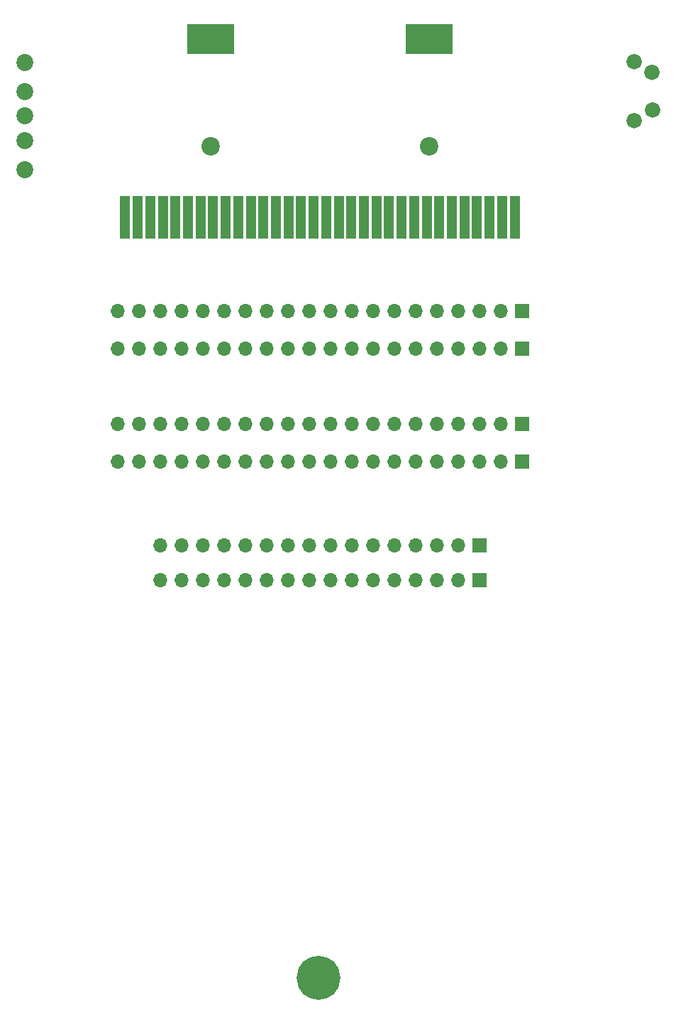
<source format=gbr>
%TF.GenerationSoftware,KiCad,Pcbnew,(6.0.2)*%
%TF.CreationDate,2022-11-18T22:18:21-06:00*%
%TF.ProjectId,REF1395A Optimized,52454631-3339-4354-9120-4f7074696d69,rev?*%
%TF.SameCoordinates,Original*%
%TF.FileFunction,Soldermask,Bot*%
%TF.FilePolarity,Negative*%
%FSLAX46Y46*%
G04 Gerber Fmt 4.6, Leading zero omitted, Abs format (unit mm)*
G04 Created by KiCad (PCBNEW (6.0.2)) date 2022-11-18 22:18:21*
%MOMM*%
%LPD*%
G01*
G04 APERTURE LIST*
G04 Aperture macros list*
%AMRoundRect*
0 Rectangle with rounded corners*
0 $1 Rounding radius*
0 $2 $3 $4 $5 $6 $7 $8 $9 X,Y pos of 4 corners*
0 Add a 4 corners polygon primitive as box body*
4,1,4,$2,$3,$4,$5,$6,$7,$8,$9,$2,$3,0*
0 Add four circle primitives for the rounded corners*
1,1,$1+$1,$2,$3*
1,1,$1+$1,$4,$5*
1,1,$1+$1,$6,$7*
1,1,$1+$1,$8,$9*
0 Add four rect primitives between the rounded corners*
20,1,$1+$1,$2,$3,$4,$5,0*
20,1,$1+$1,$4,$5,$6,$7,0*
20,1,$1+$1,$6,$7,$8,$9,0*
20,1,$1+$1,$8,$9,$2,$3,0*%
G04 Aperture macros list end*
%ADD10C,5.240000*%
%ADD11C,1.830000*%
%ADD12C,2.020000*%
%ADD13R,1.700000X1.700000*%
%ADD14O,1.700000X1.700000*%
%ADD15C,2.200000*%
%ADD16RoundRect,0.050800X-0.500000X2.500000X-0.500000X-2.500000X0.500000X-2.500000X0.500000X2.500000X0*%
%ADD17RoundRect,0.050800X2.750000X1.750000X-2.750000X1.750000X-2.750000X-1.750000X2.750000X-1.750000X0*%
G04 APERTURE END LIST*
D10*
%TO.C,Hole*%
X144577000Y-176279000D03*
%TD*%
D11*
%TO.C,SW1*%
X182246500Y-67091000D03*
X184389500Y-68364000D03*
X184429500Y-72815000D03*
X182246500Y-74121000D03*
%TD*%
D12*
%TO.C,J3*%
X109476000Y-76511000D03*
X109479000Y-73538000D03*
X109478000Y-70635000D03*
X109478000Y-79968000D03*
X109480000Y-67186000D03*
%TD*%
D13*
%TO.C,J5*%
X163781000Y-124759000D03*
D14*
X161241000Y-124759000D03*
X158701000Y-124759000D03*
X156161000Y-124759000D03*
X153621000Y-124759000D03*
X151081000Y-124759000D03*
X148541000Y-124759000D03*
X146001000Y-124759000D03*
X143461000Y-124759000D03*
X140921000Y-124759000D03*
X138381000Y-124759000D03*
X135841000Y-124759000D03*
X133301000Y-124759000D03*
X130761000Y-124759000D03*
X128221000Y-124759000D03*
X125681000Y-124759000D03*
%TD*%
D15*
%TO.C,J2*%
X157731000Y-77163000D03*
X131731000Y-77163000D03*
D16*
X167981000Y-85663000D03*
X166481000Y-85663000D03*
X164981000Y-85663000D03*
X163481000Y-85663000D03*
X161981000Y-85663000D03*
X160481000Y-85663000D03*
X158981000Y-85663000D03*
X157481000Y-85663000D03*
X155981000Y-85663000D03*
X154481000Y-85663000D03*
X152981000Y-85663000D03*
X151481000Y-85663000D03*
X149981000Y-85663000D03*
X148481000Y-85663000D03*
X146981000Y-85663000D03*
X145481000Y-85663000D03*
X143981000Y-85663000D03*
X142481000Y-85663000D03*
X140981000Y-85663000D03*
X139481000Y-85663000D03*
X137981000Y-85663000D03*
X136481000Y-85663000D03*
X134981000Y-85663000D03*
X133481000Y-85663000D03*
X131981000Y-85663000D03*
X130481000Y-85663000D03*
X128981000Y-85663000D03*
X127481000Y-85663000D03*
X125981000Y-85663000D03*
X124481000Y-85663000D03*
X122981000Y-85663000D03*
X121481000Y-85663000D03*
D17*
X157731000Y-64413000D03*
X131731000Y-64413000D03*
%TD*%
D13*
%TO.C,J4*%
X163781000Y-128863000D03*
D14*
X161241000Y-128863000D03*
X158701000Y-128863000D03*
X156161000Y-128863000D03*
X153621000Y-128863000D03*
X151081000Y-128863000D03*
X148541000Y-128863000D03*
X146001000Y-128863000D03*
X143461000Y-128863000D03*
X140921000Y-128863000D03*
X138381000Y-128863000D03*
X135841000Y-128863000D03*
X133301000Y-128863000D03*
X130761000Y-128863000D03*
X128221000Y-128863000D03*
X125681000Y-128863000D03*
%TD*%
D13*
%TO.C,J8*%
X168856000Y-101324700D03*
D14*
X166316000Y-101324700D03*
X163776000Y-101324700D03*
X161236000Y-101324700D03*
X158696000Y-101324700D03*
X156156000Y-101324700D03*
X153616000Y-101324700D03*
X151076000Y-101324700D03*
X148536000Y-101324700D03*
X145996000Y-101324700D03*
X143456000Y-101324700D03*
X140916000Y-101324700D03*
X138376000Y-101324700D03*
X135836000Y-101324700D03*
X133296000Y-101324700D03*
X130756000Y-101324700D03*
X128216000Y-101324700D03*
X125676000Y-101324700D03*
X123136000Y-101324700D03*
X120596000Y-101324700D03*
%TD*%
D13*
%TO.C,J7*%
X168856000Y-110228000D03*
D14*
X166316000Y-110228000D03*
X163776000Y-110228000D03*
X161236000Y-110228000D03*
X158696000Y-110228000D03*
X156156000Y-110228000D03*
X153616000Y-110228000D03*
X151076000Y-110228000D03*
X148536000Y-110228000D03*
X145996000Y-110228000D03*
X143456000Y-110228000D03*
X140916000Y-110228000D03*
X138376000Y-110228000D03*
X135836000Y-110228000D03*
X133296000Y-110228000D03*
X130756000Y-110228000D03*
X128216000Y-110228000D03*
X125676000Y-110228000D03*
X123136000Y-110228000D03*
X120596000Y-110228000D03*
%TD*%
D13*
%TO.C,J6*%
X168856000Y-114754700D03*
D14*
X166316000Y-114754700D03*
X163776000Y-114754700D03*
X161236000Y-114754700D03*
X158696000Y-114754700D03*
X156156000Y-114754700D03*
X153616000Y-114754700D03*
X151076000Y-114754700D03*
X148536000Y-114754700D03*
X145996000Y-114754700D03*
X143456000Y-114754700D03*
X140916000Y-114754700D03*
X138376000Y-114754700D03*
X135836000Y-114754700D03*
X133296000Y-114754700D03*
X130756000Y-114754700D03*
X128216000Y-114754700D03*
X125676000Y-114754700D03*
X123136000Y-114754700D03*
X120596000Y-114754700D03*
%TD*%
D13*
%TO.C,J9*%
X168856000Y-96798000D03*
D14*
X166316000Y-96798000D03*
X163776000Y-96798000D03*
X161236000Y-96798000D03*
X158696000Y-96798000D03*
X156156000Y-96798000D03*
X153616000Y-96798000D03*
X151076000Y-96798000D03*
X148536000Y-96798000D03*
X145996000Y-96798000D03*
X143456000Y-96798000D03*
X140916000Y-96798000D03*
X138376000Y-96798000D03*
X135836000Y-96798000D03*
X133296000Y-96798000D03*
X130756000Y-96798000D03*
X128216000Y-96798000D03*
X125676000Y-96798000D03*
X123136000Y-96798000D03*
X120596000Y-96798000D03*
%TD*%
M02*

</source>
